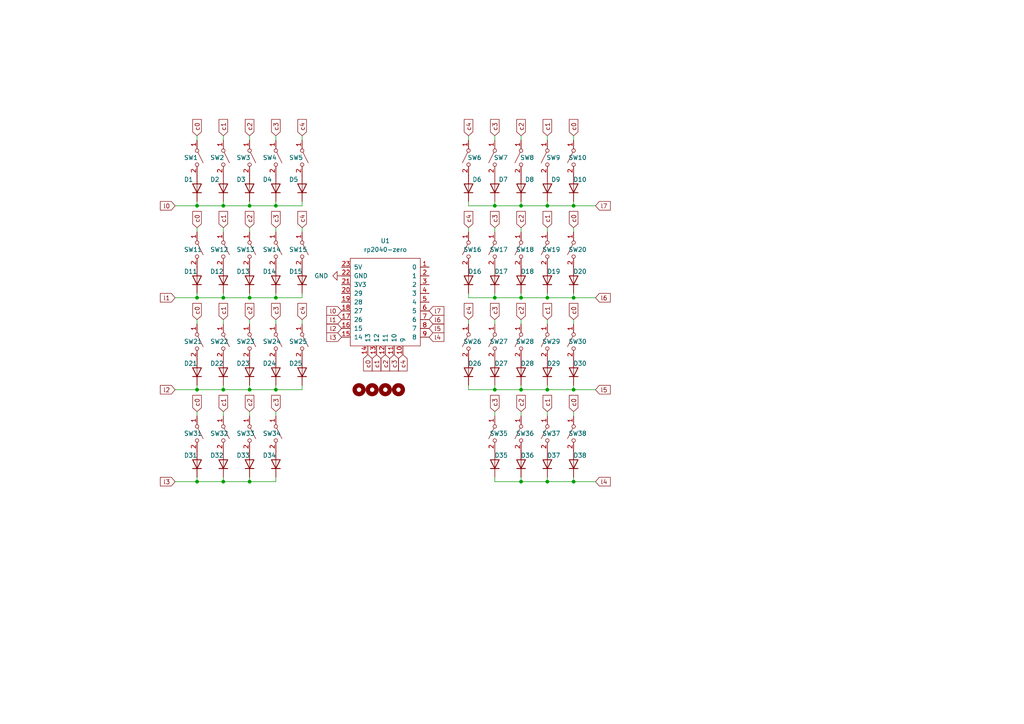
<source format=kicad_sch>
(kicad_sch (version 20230121) (generator eeschema)
  (paper "A4")
  (lib_symbols
    (symbol "Diode:1N4148" (pin_numbers hide) (pin_names hide)
      (property "Reference" "D" (at 0 2.54 0))
      (property "Value" "1N4148" (at 0 -2.54 0))
      (symbol "1N4148_0_1"
        (polyline (pts (xy -1.27 1.27) (xy -1.27 -1.27)) (stroke (width 0.254)))
        (polyline (pts (xy 1.27 0) (xy -1.27 0)))
        (polyline (pts (xy 1.27 1.27) (xy 1.27 -1.27) (xy -1.27 0) (xy 1.27 1.27)) (stroke (width 0.254)))
      )
      (symbol "1N4148_1_1"
        (pin passive line (at -3.81 0 0) (length 2.54) (name "K") (number "1"))
        (pin passive line (at 3.81 0 180) (length 2.54) (name "A") (number "2"))
      )
    )
    (symbol "Mechanical:MountingHole" (pin_names (offset 1.016))
      (property "Reference" "H" (at 0 5.08 0))
      (property "Value" "MountingHole" (at 0 3.175 0))
      (symbol "MountingHole_0_1"
        (circle (center 0 0) (radius 1.27) (stroke (width 1.27)))
      )
    )
    (symbol "Switch:SW_SPST" (pin_names (offset 0) hide)
      (property "Reference" "SW" (at 0 3.175 0))
      (property "Value" "SW_SPST" (at 0 -2.54 0))
      (symbol "SW_SPST_0_0"
        (circle (center -2.032 0) (radius 0.508))
        (polyline (pts (xy -1.524 0.254) (xy 1.524 1.778)))
        (circle (center 2.032 0) (radius 0.508))
      )
      (symbol "SW_SPST_1_1"
        (pin passive line (at -5.08 0 0) (length 2.54) (name "A") (number "1"))
        (pin passive line (at 5.08 0 180) (length 2.54) (name "B") (number "2"))
      )
    )
    (symbol "mcu:rp2040-zero" (pin_names (offset 1.016))
      (property "Reference" "U" (at 0 15.24 0))
      (property "Value" "rp2040-zero" (at 0 12.7 0))
      (symbol "rp2040-zero_0_1"
        (rectangle (start -10.16 11.43) (end 10.16 -13.97))
      )
      (symbol "rp2040-zero_1_1"
        (pin bidirectional line (at 12.7 8.89 180) (length 2.54) (name "0") (number "1"))
        (pin bidirectional line (at 5.08 -16.51 90) (length 2.54) (name "9") (number "10"))
        (pin bidirectional line (at 2.54 -16.51 90) (length 2.54) (name "10") (number "11"))
        (pin bidirectional line (at 0 -16.51 90) (length 2.54) (name "11") (number "12"))
        (pin bidirectional line (at -2.54 -16.51 90) (length 2.54) (name "12") (number "13"))
        (pin bidirectional line (at -5.08 -16.51 90) (length 2.54) (name "13") (number "14"))
        (pin bidirectional line (at -12.7 -11.43 0) (length 2.54) (name "14") (number "15"))
        (pin bidirectional line (at -12.7 -8.89 0) (length 2.54) (name "15") (number "16"))
        (pin bidirectional line (at -12.7 -6.35 0) (length 2.54) (name "26") (number "17"))
        (pin bidirectional line (at -12.7 -3.81 0) (length 2.54) (name "27") (number "18"))
        (pin bidirectional line (at -12.7 -1.27 0) (length 2.54) (name "28") (number "19"))
        (pin bidirectional line (at 12.7 6.35 180) (length 2.54) (name "1") (number "2"))
        (pin bidirectional line (at -12.7 1.27 0) (length 2.54) (name "29") (number "20"))
        (pin power_out line (at -12.7 3.81 0) (length 2.54) (name "3V3") (number "21"))
        (pin power_out line (at -12.7 6.35 0) (length 2.54) (name "GND") (number "22"))
        (pin power_out line (at -12.7 8.89 0) (length 2.54) (name "5V") (number "23"))
        (pin bidirectional line (at 12.7 3.81 180) (length 2.54) (name "2") (number "3"))
        (pin bidirectional line (at 12.7 1.27 180) (length 2.54) (name "3") (number "4"))
        (pin bidirectional line (at 12.7 -1.27 180) (length 2.54) (name "4") (number "5"))
        (pin bidirectional line (at 12.7 -3.81 180) (length 2.54) (name "5") (number "6"))
        (pin bidirectional line (at 12.7 -6.35 180) (length 2.54) (name "6") (number "7"))
        (pin bidirectional line (at 12.7 -8.89 180) (length 2.54) (name "7") (number "8"))
        (pin bidirectional line (at 12.7 -11.43 180) (length 2.54) (name "8") (number "9"))
      )
    )
    (symbol "power:GND" (power) (pin_names (offset 0))
      (property "Value" "GND" (at 0 -3.81 0))
      (symbol "GND_0_1"
        (polyline (pts (xy 0 0) (xy 0 -1.27) (xy 1.27 -1.27) (xy 0 -2.54) (xy -1.27 -1.27) (xy 0 -1.27)))
      )
      (symbol "GND_1_1"
        (pin power_in line (at 0 0 270) (length 0) hide (name "GND") (number "1"))
      )
    )
  )
  (junction (at 72.39 59.69))
  (junction (at 166.37 113.03))
  (junction (at 72.39 139.7))
  (junction (at 151.13 59.69))
  (junction (at 64.77 113.03))
  (junction (at 72.39 86.36))
  (junction (at 151.13 139.7))
  (junction (at 57.15 139.7))
  (junction (at 158.75 86.36))
  (junction (at 64.77 139.7))
  (junction (at 64.77 59.69))
  (junction (at 158.75 59.69))
  (junction (at 143.51 86.36))
  (junction (at 166.37 86.36))
  (junction (at 166.37 59.69))
  (junction (at 166.37 139.7))
  (junction (at 57.15 113.03))
  (junction (at 80.01 86.36))
  (junction (at 72.39 113.03))
  (junction (at 80.01 59.69))
  (junction (at 158.75 113.03))
  (junction (at 143.51 59.69))
  (junction (at 143.51 113.03))
  (junction (at 80.01 113.03))
  (junction (at 151.13 86.36))
  (junction (at 57.15 86.36))
  (junction (at 151.13 113.03))
  (junction (at 158.75 139.7))
  (junction (at 64.77 86.36))
  (junction (at 57.15 59.69))
  (wire (pts (xy 151.13 58.42) (xy 151.13 59.69)))
  (wire (pts (xy 80.01 59.69) (xy 87.63 59.69)))
  (wire (pts (xy 143.51 111.76) (xy 143.51 113.03)))
  (wire (pts (xy 143.51 86.36) (xy 135.89 86.36)))
  (wire (pts (xy 166.37 138.43) (xy 166.37 139.7)))
  (wire (pts (xy 158.75 113.03) (xy 151.13 113.03)))
  (wire (pts (xy 72.39 39.37) (xy 72.39 40.64)))
  (wire (pts (xy 57.15 139.7) (xy 64.77 139.7)))
  (wire (pts (xy 80.01 113.03) (xy 87.63 113.03)))
  (wire (pts (xy 166.37 59.69) (xy 158.75 59.69)))
  (wire (pts (xy 151.13 59.69) (xy 143.51 59.69)))
  (wire (pts (xy 57.15 86.36) (xy 64.77 86.36)))
  (wire (pts (xy 72.39 58.42) (xy 72.39 59.69)))
  (wire (pts (xy 143.51 39.37) (xy 143.51 40.64)))
  (wire (pts (xy 172.72 113.03) (xy 166.37 113.03)))
  (wire (pts (xy 57.15 58.42) (xy 57.15 59.69)))
  (wire (pts (xy 80.01 39.37) (xy 80.01 40.64)))
  (wire (pts (xy 64.77 86.36) (xy 72.39 86.36)))
  (wire (pts (xy 166.37 85.09) (xy 166.37 86.36)))
  (wire (pts (xy 87.63 85.09) (xy 87.63 86.36)))
  (wire (pts (xy 158.75 59.69) (xy 151.13 59.69)))
  (wire (pts (xy 151.13 111.76) (xy 151.13 113.03)))
  (wire (pts (xy 158.75 119.38) (xy 158.75 120.65)))
  (wire (pts (xy 166.37 113.03) (xy 158.75 113.03)))
  (wire (pts (xy 80.01 58.42) (xy 80.01 59.69)))
  (wire (pts (xy 72.39 111.76) (xy 72.39 113.03)))
  (wire (pts (xy 135.89 85.09) (xy 135.89 86.36)))
  (wire (pts (xy 158.75 85.09) (xy 158.75 86.36)))
  (wire (pts (xy 64.77 66.04) (xy 64.77 67.31)))
  (wire (pts (xy 135.89 66.04) (xy 135.89 67.31)))
  (wire (pts (xy 57.15 85.09) (xy 57.15 86.36)))
  (wire (pts (xy 50.8 113.03) (xy 57.15 113.03)))
  (wire (pts (xy 143.51 119.38) (xy 143.51 120.65)))
  (wire (pts (xy 151.13 85.09) (xy 151.13 86.36)))
  (wire (pts (xy 158.75 66.04) (xy 158.75 67.31)))
  (wire (pts (xy 151.13 39.37) (xy 151.13 40.64)))
  (wire (pts (xy 64.77 139.7) (xy 72.39 139.7)))
  (wire (pts (xy 166.37 119.38) (xy 166.37 120.65)))
  (wire (pts (xy 87.63 66.04) (xy 87.63 67.31)))
  (wire (pts (xy 57.15 111.76) (xy 57.15 113.03)))
  (wire (pts (xy 166.37 86.36) (xy 158.75 86.36)))
  (wire (pts (xy 80.01 138.43) (xy 80.01 139.7)))
  (wire (pts (xy 87.63 92.71) (xy 87.63 93.98)))
  (wire (pts (xy 50.8 86.36) (xy 57.15 86.36)))
  (wire (pts (xy 166.37 111.76) (xy 166.37 113.03)))
  (wire (pts (xy 57.15 59.69) (xy 64.77 59.69)))
  (wire (pts (xy 80.01 92.71) (xy 80.01 93.98)))
  (wire (pts (xy 151.13 66.04) (xy 151.13 67.31)))
  (wire (pts (xy 72.39 138.43) (xy 72.39 139.7)))
  (wire (pts (xy 64.77 58.42) (xy 64.77 59.69)))
  (wire (pts (xy 166.37 139.7) (xy 158.75 139.7)))
  (wire (pts (xy 166.37 39.37) (xy 166.37 40.64)))
  (wire (pts (xy 158.75 92.71) (xy 158.75 93.98)))
  (wire (pts (xy 57.15 66.04) (xy 57.15 67.31)))
  (wire (pts (xy 143.51 92.71) (xy 143.51 93.98)))
  (wire (pts (xy 158.75 58.42) (xy 158.75 59.69)))
  (wire (pts (xy 143.51 85.09) (xy 143.51 86.36)))
  (wire (pts (xy 151.13 92.71) (xy 151.13 93.98)))
  (wire (pts (xy 172.72 86.36) (xy 166.37 86.36)))
  (wire (pts (xy 64.77 138.43) (xy 64.77 139.7)))
  (wire (pts (xy 72.39 59.69) (xy 80.01 59.69)))
  (wire (pts (xy 72.39 119.38) (xy 72.39 120.65)))
  (wire (pts (xy 80.01 86.36) (xy 87.63 86.36)))
  (wire (pts (xy 64.77 85.09) (xy 64.77 86.36)))
  (wire (pts (xy 151.13 139.7) (xy 143.51 139.7)))
  (wire (pts (xy 72.39 86.36) (xy 80.01 86.36)))
  (wire (pts (xy 151.13 86.36) (xy 143.51 86.36)))
  (wire (pts (xy 135.89 58.42) (xy 135.89 59.69)))
  (wire (pts (xy 72.39 92.71) (xy 72.39 93.98)))
  (wire (pts (xy 143.51 59.69) (xy 135.89 59.69)))
  (wire (pts (xy 172.72 59.69) (xy 166.37 59.69)))
  (wire (pts (xy 50.8 139.7) (xy 57.15 139.7)))
  (wire (pts (xy 87.63 39.37) (xy 87.63 40.64)))
  (wire (pts (xy 64.77 111.76) (xy 64.77 113.03)))
  (wire (pts (xy 135.89 39.37) (xy 135.89 40.64)))
  (wire (pts (xy 158.75 139.7) (xy 151.13 139.7)))
  (wire (pts (xy 57.15 119.38) (xy 57.15 120.65)))
  (wire (pts (xy 80.01 66.04) (xy 80.01 67.31)))
  (wire (pts (xy 143.51 138.43) (xy 143.51 139.7)))
  (wire (pts (xy 57.15 113.03) (xy 64.77 113.03)))
  (wire (pts (xy 143.51 113.03) (xy 135.89 113.03)))
  (wire (pts (xy 72.39 139.7) (xy 80.01 139.7)))
  (wire (pts (xy 143.51 66.04) (xy 143.51 67.31)))
  (wire (pts (xy 158.75 138.43) (xy 158.75 139.7)))
  (wire (pts (xy 87.63 58.42) (xy 87.63 59.69)))
  (wire (pts (xy 57.15 92.71) (xy 57.15 93.98)))
  (wire (pts (xy 87.63 111.76) (xy 87.63 113.03)))
  (wire (pts (xy 166.37 92.71) (xy 166.37 93.98)))
  (wire (pts (xy 151.13 113.03) (xy 143.51 113.03)))
  (wire (pts (xy 64.77 39.37) (xy 64.77 40.64)))
  (wire (pts (xy 143.51 58.42) (xy 143.51 59.69)))
  (wire (pts (xy 72.39 113.03) (xy 80.01 113.03)))
  (wire (pts (xy 80.01 85.09) (xy 80.01 86.36)))
  (wire (pts (xy 64.77 59.69) (xy 72.39 59.69)))
  (wire (pts (xy 158.75 86.36) (xy 151.13 86.36)))
  (wire (pts (xy 158.75 39.37) (xy 158.75 40.64)))
  (wire (pts (xy 57.15 39.37) (xy 57.15 40.64)))
  (wire (pts (xy 135.89 92.71) (xy 135.89 93.98)))
  (wire (pts (xy 151.13 119.38) (xy 151.13 120.65)))
  (wire (pts (xy 80.01 119.38) (xy 80.01 120.65)))
  (wire (pts (xy 64.77 92.71) (xy 64.77 93.98)))
  (wire (pts (xy 166.37 58.42) (xy 166.37 59.69)))
  (wire (pts (xy 72.39 85.09) (xy 72.39 86.36)))
  (wire (pts (xy 64.77 119.38) (xy 64.77 120.65)))
  (wire (pts (xy 50.8 59.69) (xy 57.15 59.69)))
  (wire (pts (xy 158.75 111.76) (xy 158.75 113.03)))
  (wire (pts (xy 151.13 138.43) (xy 151.13 139.7)))
  (wire (pts (xy 64.77 113.03) (xy 72.39 113.03)))
  (wire (pts (xy 135.89 111.76) (xy 135.89 113.03)))
  (wire (pts (xy 166.37 66.04) (xy 166.37 67.31)))
  (wire (pts (xy 72.39 66.04) (xy 72.39 67.31)))
  (wire (pts (xy 80.01 111.76) (xy 80.01 113.03)))
  (wire (pts (xy 57.15 138.43) (xy 57.15 139.7)))
  (wire (pts (xy 172.72 139.7) (xy 166.37 139.7)))
  (global_label "c4" (shape input) (at 87.63 39.37 90) (property "Intersheetrefs" "${INTERSHEET_REFS}" (effects hide)))
  (global_label "l2" (shape input) (at 50.8 113.03 180) (property "Intersheetrefs" "${INTERSHEET_REFS}" (effects hide)))
  (global_label "c0" (shape input) (at 57.15 119.38 90) (property "Intersheetrefs" "${INTERSHEET_REFS}" (effects hide)))
  (global_label "c4" (shape input) (at 87.63 92.71 90) (property "Intersheetrefs" "${INTERSHEET_REFS}" (effects hide)))
  (global_label "c0" (shape input) (at 57.15 39.37 90) (property "Intersheetrefs" "${INTERSHEET_REFS}" (effects hide)))
  (global_label "c3" (shape input) (at 80.01 66.04 90) (property "Intersheetrefs" "${INTERSHEET_REFS}" (effects hide)))
  (global_label "l5" (shape input) (at 124.46 95.25 0) (property "Intersheetrefs" "${INTERSHEET_REFS}" (effects hide)))
  (global_label "l1" (shape input) (at 50.8 86.36 180) (property "Intersheetrefs" "${INTERSHEET_REFS}" (effects hide)))
  (global_label "c3" (shape input) (at 143.51 119.38 90) (property "Intersheetrefs" "${INTERSHEET_REFS}" (effects hide)))
  (global_label "c0" (shape input) (at 166.37 119.38 90) (property "Intersheetrefs" "${INTERSHEET_REFS}" (effects hide)))
  (global_label "l1" (shape input) (at 99.06 92.71 180) (property "Intersheetrefs" "${INTERSHEET_REFS}" (effects hide)))
  (global_label "c1" (shape input) (at 64.77 119.38 90) (property "Intersheetrefs" "${INTERSHEET_REFS}" (effects hide)))
  (global_label "c1" (shape input) (at 158.75 66.04 90) (property "Intersheetrefs" "${INTERSHEET_REFS}" (effects hide)))
  (global_label "c2" (shape input) (at 72.39 39.37 90) (property "Intersheetrefs" "${INTERSHEET_REFS}" (effects hide)))
  (global_label "l4" (shape input) (at 124.46 97.79 0) (property "Intersheetrefs" "${INTERSHEET_REFS}" (effects hide)))
  (global_label "l0" (shape input) (at 99.06 90.17 180) (property "Intersheetrefs" "${INTERSHEET_REFS}" (effects hide)))
  (global_label "c3" (shape input) (at 143.51 39.37 90) (property "Intersheetrefs" "${INTERSHEET_REFS}" (effects hide)))
  (global_label "c2" (shape input) (at 151.13 39.37 90) (property "Intersheetrefs" "${INTERSHEET_REFS}" (effects hide)))
  (global_label "c3" (shape input) (at 143.51 92.71 90) (property "Intersheetrefs" "${INTERSHEET_REFS}" (effects hide)))
  (global_label "c2" (shape input) (at 72.39 92.71 90) (property "Intersheetrefs" "${INTERSHEET_REFS}" (effects hide)))
  (global_label "c0" (shape input) (at 166.37 92.71 90) (property "Intersheetrefs" "${INTERSHEET_REFS}" (effects hide)))
  (global_label "l5" (shape input) (at 172.72 113.03 0) (property "Intersheetrefs" "${INTERSHEET_REFS}" (effects hide)))
  (global_label "c2" (shape input) (at 72.39 66.04 90) (property "Intersheetrefs" "${INTERSHEET_REFS}" (effects hide)))
  (global_label "c0" (shape input) (at 57.15 92.71 90) (property "Intersheetrefs" "${INTERSHEET_REFS}" (effects hide)))
  (global_label "l4" (shape input) (at 172.72 139.7 0) (property "Intersheetrefs" "${INTERSHEET_REFS}" (effects hide)))
  (global_label "c1" (shape input) (at 64.77 92.71 90) (property "Intersheetrefs" "${INTERSHEET_REFS}" (effects hide)))
  (global_label "l3" (shape input) (at 99.06 97.79 180) (property "Intersheetrefs" "${INTERSHEET_REFS}" (effects hide)))
  (global_label "l3" (shape input) (at 50.8 139.7 180) (property "Intersheetrefs" "${INTERSHEET_REFS}" (effects hide)))
  (global_label "c4" (shape input) (at 135.89 66.04 90) (property "Intersheetrefs" "${INTERSHEET_REFS}" (effects hide)))
  (global_label "c4" (shape input) (at 87.63 66.04 90) (property "Intersheetrefs" "${INTERSHEET_REFS}" (effects hide)))
  (global_label "l2" (shape input) (at 99.06 95.25 180) (property "Intersheetrefs" "${INTERSHEET_REFS}" (effects hide)))
  (global_label "c0" (shape input) (at 106.68 102.87 270) (property "Intersheetrefs" "${INTERSHEET_REFS}" (effects hide)))
  (global_label "c2" (shape input) (at 111.76 102.87 270) (property "Intersheetrefs" "${INTERSHEET_REFS}" (effects hide)))
  (global_label "l6" (shape input) (at 172.72 86.36 0) (property "Intersheetrefs" "${INTERSHEET_REFS}" (effects hide)))
  (global_label "c0" (shape input) (at 166.37 66.04 90) (property "Intersheetrefs" "${INTERSHEET_REFS}" (effects hide)))
  (global_label "c3" (shape input) (at 143.51 66.04 90) (property "Intersheetrefs" "${INTERSHEET_REFS}" (effects hide)))
  (global_label "c2" (shape input) (at 151.13 66.04 90) (property "Intersheetrefs" "${INTERSHEET_REFS}" (effects hide)))
  (global_label "c3" (shape input) (at 80.01 92.71 90) (property "Intersheetrefs" "${INTERSHEET_REFS}" (effects hide)))
  (global_label "c1" (shape input) (at 64.77 66.04 90) (property "Intersheetrefs" "${INTERSHEET_REFS}" (effects hide)))
  (global_label "c2" (shape input) (at 151.13 119.38 90) (property "Intersheetrefs" "${INTERSHEET_REFS}" (effects hide)))
  (global_label "c1" (shape input) (at 64.77 39.37 90) (property "Intersheetrefs" "${INTERSHEET_REFS}" (effects hide)))
  (global_label "c4" (shape input) (at 135.89 92.71 90) (property "Intersheetrefs" "${INTERSHEET_REFS}" (effects hide)))
  (global_label "c4" (shape input) (at 135.89 39.37 90) (property "Intersheetrefs" "${INTERSHEET_REFS}" (effects hide)))
  (global_label "l0" (shape input) (at 50.8 59.69 180) (property "Intersheetrefs" "${INTERSHEET_REFS}" (effects hide)))
  (global_label "c1" (shape input) (at 109.22 102.87 270) (property "Intersheetrefs" "${INTERSHEET_REFS}" (effects hide)))
  (global_label "c3" (shape input) (at 80.01 119.38 90) (property "Intersheetrefs" "${INTERSHEET_REFS}" (effects hide)))
  (global_label "l7" (shape input) (at 172.72 59.69 0) (property "Intersheetrefs" "${INTERSHEET_REFS}" (effects hide)))
  (global_label "c2" (shape input) (at 72.39 119.38 90) (property "Intersheetrefs" "${INTERSHEET_REFS}" (effects hide)))
  (global_label "c1" (shape input) (at 158.75 92.71 90) (property "Intersheetrefs" "${INTERSHEET_REFS}" (effects hide)))
  (global_label "c1" (shape input) (at 158.75 39.37 90) (property "Intersheetrefs" "${INTERSHEET_REFS}" (effects hide)))
  (global_label "c3" (shape input) (at 114.3 102.87 270) (property "Intersheetrefs" "${INTERSHEET_REFS}" (effects hide)))
  (global_label "l7" (shape input) (at 124.46 90.17 0) (property "Intersheetrefs" "${INTERSHEET_REFS}" (effects hide)))
  (global_label "l6" (shape input) (at 124.46 92.71 0) (property "Intersheetrefs" "${INTERSHEET_REFS}" (effects hide)))
  (global_label "c2" (shape input) (at 151.13 92.71 90) (property "Intersheetrefs" "${INTERSHEET_REFS}" (effects hide)))
  (global_label "c0" (shape input) (at 57.15 66.04 90) (property "Intersheetrefs" "${INTERSHEET_REFS}" (effects hide)))
  (global_label "c3" (shape input) (at 80.01 39.37 90) (property "Intersheetrefs" "${INTERSHEET_REFS}" (effects hide)))
  (global_label "c1" (shape input) (at 158.75 119.38 90) (property "Intersheetrefs" "${INTERSHEET_REFS}" (effects hide)))
  (global_label "c0" (shape input) (at 166.37 39.37 90) (property "Intersheetrefs" "${INTERSHEET_REFS}" (effects hide)))
  (global_label "c4" (shape input) (at 116.84 102.87 270) (property "Intersheetrefs" "${INTERSHEET_REFS}" (effects hide)))
  (symbol (lib_id "Diode:1N4148") (at 135.89 107.95 270) (mirror x) (unit 1)
    (property "Reference" "D26" (at 139.7 105.41 90) (effects (justify right)))
    (property "Value" "1N4148" (effects hide))
    (property "Footprint" "Diode_THT:D_DO-35_SOD27_P7.62mm_Horizontal" (effects hide))
    (property "Datasheet" "https://assets.nexperia.com/documents/data-sheet/1N4148_1N4448.pdf" (effects hide))
    (property "Sim.Device" "D" (effects hide))
    (property "Sim.Pins" "1=K 2=A" (effects hide))
  )
  (symbol (lib_id "Diode:1N4148") (at 80.01 107.95 90) (unit 1)
    (property "Reference" "D24" (at 76.2 105.41 90) (effects (justify right)))
    (property "Value" "1N4148" (effects hide))
    (property "Footprint" "Diode_THT:D_DO-35_SOD27_P7.62mm_Horizontal" (effects hide))
    (property "Datasheet" "https://assets.nexperia.com/documents/data-sheet/1N4148_1N4448.pdf" (effects hide))
    (property "Sim.Device" "D" (effects hide))
    (property "Sim.Pins" "1=K 2=A" (effects hide))
  )
  (symbol (lib_id "Diode:1N4148") (at 151.13 107.95 270) (mirror x) (unit 1)
    (property "Reference" "D28" (at 154.94 105.41 90) (effects (justify right)))
    (property "Value" "1N4148" (effects hide))
    (property "Footprint" "Diode_THT:D_DO-35_SOD27_P7.62mm_Horizontal" (effects hide))
    (property "Datasheet" "https://assets.nexperia.com/documents/data-sheet/1N4148_1N4448.pdf" (effects hide))
    (property "Sim.Device" "D" (effects hide))
    (property "Sim.Pins" "1=K 2=A" (effects hide))
  )
  (symbol (lib_id "Switch:SW_SPST") (at 151.13 72.39 90) (mirror x) (unit 1)
    (property "Reference" "SW18" (at 154.94 72.39 90) (effects (justify left)))
    (property "Value" "SW_SPST" (effects hide))
    (property "Footprint" "_mx:MX-Alps-Hybrid-1U" (effects hide))
  )
  (symbol (lib_id "Diode:1N4148") (at 57.15 107.95 90) (unit 1)
    (property "Reference" "D21" (at 53.34 105.41 90) (effects (justify right)))
    (property "Value" "1N4148" (effects hide))
    (property "Footprint" "Diode_THT:D_DO-35_SOD27_P7.62mm_Horizontal" (effects hide))
    (property "Datasheet" "https://assets.nexperia.com/documents/data-sheet/1N4148_1N4448.pdf" (effects hide))
    (property "Sim.Device" "D" (effects hide))
    (property "Sim.Pins" "1=K 2=A" (effects hide))
  )
  (symbol (lib_id "Switch:SW_SPST") (at 158.75 45.72 90) (mirror x) (unit 1)
    (property "Reference" "SW9" (at 162.56 45.72 90) (effects (justify left)))
    (property "Value" "SW_SPST" (effects hide))
    (property "Footprint" "_mx:MX-Alps-Hybrid-1U" (effects hide))
  )
  (symbol (lib_id "Switch:SW_SPST") (at 143.51 99.06 90) (mirror x) (unit 1)
    (property "Reference" "SW27" (at 147.32 99.06 90) (effects (justify left)))
    (property "Value" "SW_SPST" (effects hide))
    (property "Footprint" "_mx:MX-Alps-Hybrid-1U" (effects hide))
  )
  (symbol (lib_id "Diode:1N4148") (at 151.13 81.28 270) (mirror x) (unit 1)
    (property "Reference" "D18" (at 154.94 78.74 90) (effects (justify right)))
    (property "Value" "1N4148" (effects hide))
    (property "Footprint" "Diode_THT:D_DO-35_SOD27_P7.62mm_Horizontal" (effects hide))
    (property "Datasheet" "https://assets.nexperia.com/documents/data-sheet/1N4148_1N4448.pdf" (effects hide))
    (property "Sim.Device" "D" (effects hide))
    (property "Sim.Pins" "1=K 2=A" (effects hide))
  )
  (symbol (lib_id "Switch:SW_SPST") (at 80.01 125.73 270) (unit 1)
    (property "Reference" "SW34" (at 76.2 125.73 90) (effects (justify left)))
    (property "Value" "SW_SPST" (effects hide))
    (property "Footprint" "_mx:MX-Alps-Hybrid-2.25U-ReversedStabilizers" (effects hide))
  )
  (symbol (lib_id "Diode:1N4148") (at 158.75 107.95 270) (mirror x) (unit 1)
    (property "Reference" "D29" (at 162.56 105.41 90) (effects (justify right)))
    (property "Value" "1N4148" (effects hide))
    (property "Footprint" "Diode_THT:D_DO-35_SOD27_P7.62mm_Horizontal" (effects hide))
    (property "Datasheet" "https://assets.nexperia.com/documents/data-sheet/1N4148_1N4448.pdf" (effects hide))
    (property "Sim.Device" "D" (effects hide))
    (property "Sim.Pins" "1=K 2=A" (effects hide))
  )
  (symbol (lib_id "Switch:SW_SPST") (at 135.89 72.39 90) (mirror x) (unit 1)
    (property "Reference" "SW16" (at 139.7 72.39 90) (effects (justify left)))
    (property "Value" "SW_SPST" (effects hide))
    (property "Footprint" "_mx:MX-Alps-Hybrid-1U" (effects hide))
  )
  (symbol (lib_id "Switch:SW_SPST") (at 87.63 99.06 270) (unit 1)
    (property "Reference" "SW25" (at 83.82 99.06 90) (effects (justify left)))
    (property "Value" "SW_SPST" (effects hide))
    (property "Footprint" "_mx:MX-Alps-Hybrid-1U" (effects hide))
  )
  (symbol (lib_id "Switch:SW_SPST") (at 57.15 99.06 270) (unit 1)
    (property "Reference" "SW21" (at 53.34 99.06 90) (effects (justify left)))
    (property "Value" "SW_SPST" (effects hide))
    (property "Footprint" "_mx:MX-Alps-Hybrid-1.75U" (effects hide))
  )
  (symbol (lib_id "Diode:1N4148") (at 143.51 81.28 270) (mirror x) (unit 1)
    (property "Reference" "D17" (at 147.32 78.74 90) (effects (justify right)))
    (property "Value" "1N4148" (effects hide))
    (property "Footprint" "Diode_THT:D_DO-35_SOD27_P7.62mm_Horizontal" (effects hide))
    (property "Datasheet" "https://assets.nexperia.com/documents/data-sheet/1N4148_1N4448.pdf" (effects hide))
    (property "Sim.Device" "D" (effects hide))
    (property "Sim.Pins" "1=K 2=A" (effects hide))
  )
  (symbol (lib_id "Switch:SW_SPST") (at 64.77 125.73 270) (unit 1)
    (property "Reference" "SW32" (at 60.96 125.73 90) (effects (justify left)))
    (property "Value" "SW_SPST" (effects hide))
    (property "Footprint" "_mx:MX-Alps-Hybrid-1U" (effects hide))
  )
  (symbol (lib_id "Switch:SW_SPST") (at 158.75 125.73 90) (mirror x) (unit 1)
    (property "Reference" "SW37" (at 162.56 125.73 90) (effects (justify left)))
    (property "Value" "SW_SPST" (effects hide))
    (property "Footprint" "_mx:MX-Alps-Hybrid-1U" (effects hide))
  )
  (symbol (lib_id "Diode:1N4148") (at 57.15 54.61 90) (unit 1)
    (property "Reference" "D1" (at 53.34 52.07 90) (effects (justify right)))
    (property "Value" "1N4148" (effects hide))
    (property "Footprint" "Diode_THT:D_DO-35_SOD27_P7.62mm_Horizontal" (effects hide))
    (property "Datasheet" "https://assets.nexperia.com/documents/data-sheet/1N4148_1N4448.pdf" (effects hide))
    (property "Sim.Device" "D" (effects hide))
    (property "Sim.Pins" "1=K 2=A" (effects hide))
  )
  (symbol (lib_id "Switch:SW_SPST") (at 80.01 99.06 270) (unit 1)
    (property "Reference" "SW24" (at 76.2 99.06 90) (effects (justify left)))
    (property "Value" "SW_SPST" (effects hide))
    (property "Footprint" "_mx:MX-Alps-Hybrid-1U" (effects hide))
  )
  (symbol (lib_id "Switch:SW_SPST") (at 57.15 72.39 270) (unit 1)
    (property "Reference" "SW11" (at 53.34 72.39 90) (effects (justify left)))
    (property "Value" "SW_SPST" (effects hide))
    (property "Footprint" "_mx:MX-Alps-Hybrid-1.25U" (effects hide))
  )
  (symbol (lib_id "Diode:1N4148") (at 72.39 54.61 90) (unit 1)
    (property "Reference" "D3" (at 68.58 52.07 90) (effects (justify right)))
    (property "Value" "1N4148" (effects hide))
    (property "Footprint" "Diode_THT:D_DO-35_SOD27_P7.62mm_Horizontal" (effects hide))
    (property "Datasheet" "https://assets.nexperia.com/documents/data-sheet/1N4148_1N4448.pdf" (effects hide))
    (property "Sim.Device" "D" (effects hide))
    (property "Sim.Pins" "1=K 2=A" (effects hide))
  )
  (symbol (lib_id "Switch:SW_SPST") (at 72.39 45.72 270) (unit 1)
    (property "Reference" "SW3" (at 68.58 45.72 90) (effects (justify left)))
    (property "Value" "SW_SPST" (effects hide))
    (property "Footprint" "_mx:MX-Alps-Hybrid-1U" (effects hide))
  )
  (symbol (lib_id "Diode:1N4148") (at 143.51 107.95 270) (mirror x) (unit 1)
    (property "Reference" "D27" (at 147.32 105.41 90) (effects (justify right)))
    (property "Value" "1N4148" (effects hide))
    (property "Footprint" "Diode_THT:D_DO-35_SOD27_P7.62mm_Horizontal" (effects hide))
    (property "Datasheet" "https://assets.nexperia.com/documents/data-sheet/1N4148_1N4448.pdf" (effects hide))
    (property "Sim.Device" "D" (effects hide))
    (property "Sim.Pins" "1=K 2=A" (effects hide))
  )
  (symbol (lib_id "Diode:1N4148") (at 57.15 81.28 90) (unit 1)
    (property "Reference" "D11" (at 53.34 78.74 90) (effects (justify right)))
    (property "Value" "1N4148" (effects hide))
    (property "Footprint" "Diode_THT:D_DO-35_SOD27_P7.62mm_Horizontal" (effects hide))
    (property "Datasheet" "https://assets.nexperia.com/documents/data-sheet/1N4148_1N4448.pdf" (effects hide))
    (property "Sim.Device" "D" (effects hide))
    (property "Sim.Pins" "1=K 2=A" (effects hide))
  )
  (symbol (lib_id "Switch:SW_SPST") (at 166.37 99.06 90) (mirror x) (unit 1)
    (property "Reference" "SW30" (at 170.18 99.06 90) (effects (justify left)))
    (property "Value" "SW_SPST" (effects hide))
    (property "Footprint" "_mx:MX-Alps-Hybrid-1.5U" (effects hide))
  )
  (symbol (lib_id "Switch:SW_SPST") (at 143.51 125.73 90) (mirror x) (unit 1)
    (property "Reference" "SW35" (at 147.32 125.73 90) (effects (justify left)))
    (property "Value" "SW_SPST" (effects hide))
    (property "Footprint" "_mx:MX-Alps-Hybrid-2U-ReversedStabilizers" (effects hide))
  )
  (symbol (lib_id "Switch:SW_SPST") (at 72.39 125.73 270) (unit 1)
    (property "Reference" "SW33" (at 68.58 125.73 90) (effects (justify left)))
    (property "Value" "SW_SPST" (effects hide))
    (property "Footprint" "_mx:MX-Alps-Hybrid-1U" (effects hide))
  )
  (symbol (lib_id "Diode:1N4148") (at 64.77 54.61 90) (unit 1)
    (property "Reference" "D2" (at 60.96 52.07 90) (effects (justify right)))
    (property "Value" "1N4148" (effects hide))
    (property "Footprint" "Diode_THT:D_DO-35_SOD27_P7.62mm_Horizontal" (effects hide))
    (property "Datasheet" "https://assets.nexperia.com/documents/data-sheet/1N4148_1N4448.pdf" (effects hide))
    (property "Sim.Device" "D" (effects hide))
    (property "Sim.Pins" "1=K 2=A" (effects hide))
  )
  (symbol (lib_id "Diode:1N4148") (at 166.37 81.28 270) (mirror x) (unit 1)
    (property "Reference" "D20" (at 170.18 78.74 90) (effects (justify right)))
    (property "Value" "1N4148" (effects hide))
    (property "Footprint" "Diode_THT:D_DO-35_SOD27_P7.62mm_Horizontal" (effects hide))
    (property "Datasheet" "https://assets.nexperia.com/documents/data-sheet/1N4148_1N4448.pdf" (effects hide))
    (property "Sim.Device" "D" (effects hide))
    (property "Sim.Pins" "1=K 2=A" (effects hide))
  )
  (symbol (lib_id "Diode:1N4148") (at 158.75 134.62 270) (mirror x) (unit 1)
    (property "Reference" "D37" (at 162.56 132.08 90) (effects (justify right)))
    (property "Value" "1N4148" (effects hide))
    (property "Footprint" "Diode_THT:D_DO-35_SOD27_P7.62mm_Horizontal" (effects hide))
    (property "Datasheet" "https://assets.nexperia.com/documents/data-sheet/1N4148_1N4448.pdf" (effects hide))
    (property "Sim.Device" "D" (effects hide))
    (property "Sim.Pins" "1=K 2=A" (effects hide))
  )
  (symbol (lib_id "Switch:SW_SPST") (at 64.77 99.06 270) (unit 1)
    (property "Reference" "SW22" (at 60.96 99.06 90) (effects (justify left)))
    (property "Value" "SW_SPST" (effects hide))
    (property "Footprint" "_mx:MX-Alps-Hybrid-1U" (effects hide))
  )
  (symbol (lib_id "Diode:1N4148") (at 72.39 107.95 90) (unit 1)
    (property "Reference" "D23" (at 68.58 105.41 90) (effects (justify right)))
    (property "Value" "1N4148" (effects hide))
    (property "Footprint" "Diode_THT:D_DO-35_SOD27_P7.62mm_Horizontal" (effects hide))
    (property "Datasheet" "https://assets.nexperia.com/documents/data-sheet/1N4148_1N4448.pdf" (effects hide))
    (property "Sim.Device" "D" (effects hide))
    (property "Sim.Pins" "1=K 2=A" (effects hide))
  )
  (symbol (lib_id "Switch:SW_SPST") (at 143.51 72.39 90) (mirror x) (unit 1)
    (property "Reference" "SW17" (at 147.32 72.39 90) (effects (justify left)))
    (property "Value" "SW_SPST" (effects hide))
    (property "Footprint" "_mx:MX-Alps-Hybrid-1U" (effects hide))
  )
  (symbol (lib_id "Diode:1N4148") (at 72.39 81.28 90) (unit 1)
    (property "Reference" "D13" (at 68.58 78.74 90) (effects (justify right)))
    (property "Value" "1N4148" (effects hide))
    (property "Footprint" "Diode_THT:D_DO-35_SOD27_P7.62mm_Horizontal" (effects hide))
    (property "Datasheet" "https://assets.nexperia.com/documents/data-sheet/1N4148_1N4448.pdf" (effects hide))
    (property "Sim.Device" "D" (effects hide))
    (property "Sim.Pins" "1=K 2=A" (effects hide))
  )
  (symbol (lib_id "Switch:SW_SPST") (at 64.77 45.72 270) (unit 1)
    (property "Reference" "SW2" (at 60.96 45.72 90) (effects (justify left)))
    (property "Value" "SW_SPST" (effects hide))
    (property "Footprint" "_mx:MX-Alps-Hybrid-1U" (effects hide))
  )
  (symbol (lib_id "Diode:1N4148") (at 80.01 54.61 90) (unit 1)
    (property "Reference" "D4" (at 76.2 52.07 90) (effects (justify right)))
    (property "Value" "1N4148" (effects hide))
    (property "Footprint" "Diode_THT:D_DO-35_SOD27_P7.62mm_Horizontal" (effects hide))
    (property "Datasheet" "https://assets.nexperia.com/documents/data-sheet/1N4148_1N4448.pdf" (effects hide))
    (property "Sim.Device" "D" (effects hide))
    (property "Sim.Pins" "1=K 2=A" (effects hide))
  )
  (symbol (lib_id "mcu:rp2040-zero") (at 111.76 86.36 0) (unit 1)
    (property "Reference" "U1" (at 111.76 69.85 0))
    (property "Value" "rp2040-zero" (at 111.76 72.39 0))
    (property "Footprint" "_mcu:rp2040-zero-tht" (effects hide))
  )
  (symbol (lib_id "Diode:1N4148") (at 151.13 134.62 270) (mirror x) (unit 1)
    (property "Reference" "D36" (at 154.94 132.08 90) (effects (justify right)))
    (property "Value" "1N4148" (effects hide))
    (property "Footprint" "Diode_THT:D_DO-35_SOD27_P7.62mm_Horizontal" (effects hide))
    (property "Datasheet" "https://assets.nexperia.com/documents/data-sheet/1N4148_1N4448.pdf" (effects hide))
    (property "Sim.Device" "D" (effects hide))
    (property "Sim.Pins" "1=K 2=A" (effects hide))
  )
  (symbol (lib_id "Diode:1N4148") (at 158.75 54.61 270) (mirror x) (unit 1)
    (property "Reference" "D9" (at 162.56 52.07 90) (effects (justify right)))
    (property "Value" "1N4148" (effects hide))
    (property "Footprint" "Diode_THT:D_DO-35_SOD27_P7.62mm_Horizontal" (effects hide))
    (property "Datasheet" "https://assets.nexperia.com/documents/data-sheet/1N4148_1N4448.pdf" (effects hide))
    (property "Sim.Device" "D" (effects hide))
    (property "Sim.Pins" "1=K 2=A" (effects hide))
  )
  (symbol (lib_id "Switch:SW_SPST") (at 166.37 125.73 90) (mirror x) (unit 1)
    (property "Reference" "SW38" (at 170.18 125.73 90) (effects (justify left)))
    (property "Value" "SW_SPST" (effects hide))
    (property "Footprint" "_mx:MX-Alps-Hybrid-1U" (effects hide))
  )
  (symbol (lib_id "Switch:SW_SPST") (at 166.37 45.72 90) (mirror x) (unit 1)
    (property "Reference" "SW10" (at 170.18 45.72 90) (effects (justify left)))
    (property "Value" "SW_SPST" (effects hide))
    (property "Footprint" "_mx:MX-Alps-Hybrid-1.25U" (effects hide))
  )
  (symbol (lib_id "Switch:SW_SPST") (at 135.89 99.06 90) (mirror x) (unit 1)
    (property "Reference" "SW26" (at 139.7 99.06 90) (effects (justify left)))
    (property "Value" "SW_SPST" (effects hide))
    (property "Footprint" "_mx:MX-Alps-Hybrid-1U" (effects hide))
  )
  (symbol (lib_id "Diode:1N4148") (at 80.01 81.28 90) (unit 1)
    (property "Reference" "D14" (at 76.2 78.74 90) (effects (justify right)))
    (property "Value" "1N4148" (effects hide))
    (property "Footprint" "Diode_THT:D_DO-35_SOD27_P7.62mm_Horizontal" (effects hide))
    (property "Datasheet" "https://assets.nexperia.com/documents/data-sheet/1N4148_1N4448.pdf" (effects hide))
    (property "Sim.Device" "D" (effects hide))
    (property "Sim.Pins" "1=K 2=A" (effects hide))
  )
  (symbol (lib_id "Switch:SW_SPST") (at 166.37 72.39 90) (mirror x) (unit 1)
    (property "Reference" "SW20" (at 170.18 72.39 90) (effects (justify left)))
    (property "Value" "SW_SPST" (effects hide))
    (property "Footprint" "_mx:MX-Alps-Hybrid-1U" (effects hide))
  )
  (symbol (lib_id "Diode:1N4148") (at 80.01 134.62 90) (unit 1)
    (property "Reference" "D34" (at 76.2 132.08 90) (effects (justify right)))
    (property "Value" "1N4148" (effects hide))
    (property "Footprint" "Diode_THT:D_DO-35_SOD27_P7.62mm_Horizontal" (effects hide))
    (property "Datasheet" "https://assets.nexperia.com/documents/data-sheet/1N4148_1N4448.pdf" (effects hide))
    (property "Sim.Device" "D" (effects hide))
    (property "Sim.Pins" "1=K 2=A" (effects hide))
  )
  (symbol (lib_id "Mechanical:MountingHole") (at 115.57 113.03 0) (unit 1)
    (property "Reference" "H4" (effects hide))
    (property "Value" "MountingHole" (effects hide))
    (property "Footprint" "MountingHole:MountingHole_2.2mm_M2" (effects hide))
  )
  (symbol (lib_id "Mechanical:MountingHole") (at 104.14 113.03 0) (unit 1)
    (property "Reference" "H1" (effects hide))
    (property "Value" "MountingHole" (effects hide))
    (property "Footprint" "MountingHole:MountingHole_2.2mm_M2" (effects hide))
  )
  (symbol (lib_id "Mechanical:MountingHole") (at 111.76 113.03 0) (unit 1)
    (property "Reference" "H3" (effects hide))
    (property "Value" "MountingHole" (effects hide))
    (property "Footprint" "MountingHole:MountingHole_2.2mm_M2" (effects hide))
  )
  (symbol (lib_id "Diode:1N4148") (at 135.89 54.61 270) (mirror x) (unit 1)
    (property "Reference" "D6" (at 139.7 52.07 90) (effects (justify right)))
    (property "Value" "1N4148" (effects hide))
    (property "Footprint" "Diode_THT:D_DO-35_SOD27_P7.62mm_Horizontal" (effects hide))
    (property "Datasheet" "https://assets.nexperia.com/documents/data-sheet/1N4148_1N4448.pdf" (effects hide))
    (property "Sim.Device" "D" (effects hide))
    (property "Sim.Pins" "1=K 2=A" (effects hide))
  )
  (symbol (lib_id "Diode:1N4148") (at 166.37 134.62 270) (mirror x) (unit 1)
    (property "Reference" "D38" (at 170.18 132.08 90) (effects (justify right)))
    (property "Value" "1N4148" (effects hide))
    (property "Footprint" "Diode_THT:D_DO-35_SOD27_P7.62mm_Horizontal" (effects hide))
    (property "Datasheet" "https://assets.nexperia.com/documents/data-sheet/1N4148_1N4448.pdf" (effects hide))
    (property "Sim.Device" "D" (effects hide))
    (property "Sim.Pins" "1=K 2=A" (effects hide))
  )
  (symbol (lib_id "Diode:1N4148") (at 158.75 81.28 270) (mirror x) (unit 1)
    (property "Reference" "D19" (at 162.56 78.74 90) (effects (justify right)))
    (property "Value" "1N4148" (effects hide))
    (property "Footprint" "Diode_THT:D_DO-35_SOD27_P7.62mm_Horizontal" (effects hide))
    (property "Datasheet" "https://assets.nexperia.com/documents/data-sheet/1N4148_1N4448.pdf" (effects hide))
    (property "Sim.Device" "D" (effects hide))
    (property "Sim.Pins" "1=K 2=A" (effects hide))
  )
  (symbol (lib_id "Mechanical:MountingHole") (at 107.95 113.03 0) (unit 1)
    (property "Reference" "H2" (effects hide))
    (property "Value" "MountingHole" (effects hide))
    (property "Footprint" "MountingHole:MountingHole_2.2mm_M2" (effects hide))
  )
  (symbol (lib_id "Switch:SW_SPST") (at 80.01 72.39 270) (unit 1)
    (property "Reference" "SW14" (at 76.2 72.39 90) (effects (justify left)))
    (property "Value" "SW_SPST" (effects hide))
    (property "Footprint" "_mx:MX-Alps-Hybrid-1U" (effects hide))
  )
  (symbol (lib_id "Switch:SW_SPST") (at 151.13 45.72 90) (mirror x) (unit 1)
    (property "Reference" "SW8" (at 154.94 45.72 90) (effects (justify left)))
    (property "Value" "SW_SPST" (effects hide))
    (property "Footprint" "_mx:MX-Alps-Hybrid-1U" (effects hide))
  )
  (symbol (lib_id "Diode:1N4148") (at 64.77 81.28 90) (unit 1)
    (property "Reference" "D12" (at 60.96 78.74 90) (effects (justify right)))
    (property "Value" "1N4148" (effects hide))
    (property "Footprint" "Diode_THT:D_DO-35_SOD27_P7.62mm_Horizontal" (effects hide))
    (property "Datasheet" "https://assets.nexperia.com/documents/data-sheet/1N4148_1N4448.pdf" (effects hide))
    (property "Sim.Device" "D" (effects hide))
    (property "Sim.Pins" "1=K 2=A" (effects hide))
  )
  (symbol (lib_id "Switch:SW_SPST") (at 158.75 99.06 90) (mirror x) (unit 1)
    (property "Reference" "SW29" (at 162.56 99.06 90) (effects (justify left)))
    (property "Value" "SW_SPST" (effects hide))
    (property "Footprint" "_mx:MX-Alps-Hybrid-1U" (effects hide))
  )
  (symbol (lib_id "Diode:1N4148") (at 64.77 134.62 90) (unit 1)
    (property "Reference" "D32" (at 60.96 132.08 90) (effects (justify right)))
    (property "Value" "1N4148" (effects hide))
    (property "Footprint" "Diode_THT:D_DO-35_SOD27_P7.62mm_Horizontal" (effects hide))
    (property "Datasheet" "https://assets.nexperia.com/documents/data-sheet/1N4148_1N4448.pdf" (effects hide))
    (property "Sim.Device" "D" (effects hide))
    (property "Sim.Pins" "1=K 2=A" (effects hide))
  )
  (symbol (lib_id "Switch:SW_SPST") (at 64.77 72.39 270) (unit 1)
    (property "Reference" "SW12" (at 60.96 72.39 90) (effects (justify left)))
    (property "Value" "SW_SPST" (effects hide))
    (property "Footprint" "_mx:MX-Alps-Hybrid-1U" (effects hide))
  )
  (symbol (lib_id "power:GND") (at 99.06 80.01 270) (unit 1)
    (property "Reference" "#PWR01" (effects hide))
    (property "Value" "GND" (at 95.25 80.01 90) (effects (justify right)))
  )
  (symbol (lib_id "Diode:1N4148") (at 64.77 107.95 90) (unit 1)
    (property "Reference" "D22" (at 60.96 105.41 90) (effects (justify right)))
    (property "Value" "1N4148" (effects hide))
    (property "Footprint" "Diode_THT:D_DO-35_SOD27_P7.62mm_Horizontal" (effects hide))
    (property "Datasheet" "https://assets.nexperia.com/documents/data-sheet/1N4148_1N4448.pdf" (effects hide))
    (property "Sim.Device" "D" (effects hide))
    (property "Sim.Pins" "1=K 2=A" (effects hide))
  )
  (symbol (lib_id "Switch:SW_SPST") (at 72.39 72.39 270) (unit 1)
    (property "Reference" "SW13" (at 68.58 72.39 90) (effects (justify left)))
    (property "Value" "SW_SPST" (effects hide))
    (property "Footprint" "_mx:MX-Alps-Hybrid-1U" (effects hide))
  )
  (symbol (lib_id "Switch:SW_SPST") (at 87.63 72.39 270) (unit 1)
    (property "Reference" "SW15" (at 83.82 72.39 90) (effects (justify left)))
    (property "Value" "SW_SPST" (effects hide))
    (property "Footprint" "_mx:MX-Alps-Hybrid-1U" (effects hide))
  )
  (symbol (lib_id "Switch:SW_SPST") (at 57.15 125.73 270) (unit 1)
    (property "Reference" "SW31" (at 53.34 125.73 90) (effects (justify left)))
    (property "Value" "SW_SPST" (effects hide))
    (property "Footprint" "_mx:MX-Alps-Hybrid-1U" (effects hide))
  )
  (symbol (lib_id "Diode:1N4148") (at 143.51 134.62 270) (mirror x) (unit 1)
    (property "Reference" "D35" (at 147.32 132.08 90) (effects (justify right)))
    (property "Value" "1N4148" (effects hide))
    (property "Footprint" "Diode_THT:D_DO-35_SOD27_P7.62mm_Horizontal" (effects hide))
    (property "Datasheet" "https://assets.nexperia.com/documents/data-sheet/1N4148_1N4448.pdf" (effects hide))
    (property "Sim.Device" "D" (effects hide))
    (property "Sim.Pins" "1=K 2=A" (effects hide))
  )
  (symbol (lib_id "Diode:1N4148") (at 143.51 54.61 270) (mirror x) (unit 1)
    (property "Reference" "D7" (at 147.32 52.07 90) (effects (justify right)))
    (property "Value" "1N4148" (effects hide))
    (property "Footprint" "Diode_THT:D_DO-35_SOD27_P7.62mm_Horizontal" (effects hide))
    (property "Datasheet" "https://assets.nexperia.com/documents/data-sheet/1N4148_1N4448.pdf" (effects hide))
    (property "Sim.Device" "D" (effects hide))
    (property "Sim.Pins" "1=K 2=A" (effects hide))
  )
  (symbol (lib_id "Diode:1N4148") (at 72.39 134.62 90) (unit 1)
    (property "Reference" "D33" (at 68.58 132.08 90) (effects (justify right)))
    (property "Value" "1N4148" (effects hide))
    (property "Footprint" "Diode_THT:D_DO-35_SOD27_P7.62mm_Horizontal" (effects hide))
    (property "Datasheet" "https://assets.nexperia.com/documents/data-sheet/1N4148_1N4448.pdf" (effects hide))
    (property "Sim.Device" "D" (effects hide))
    (property "Sim.Pins" "1=K 2=A" (effects hide))
  )
  (symbol (lib_id "Switch:SW_SPST") (at 57.15 45.72 270) (unit 1)
    (property "Reference" "SW1" (at 53.34 45.72 90) (effects (justify left)))
    (property "Value" "SW_SPST" (effects hide))
    (property "Footprint" "_mx:MX-Alps-Hybrid-1U" (effects hide))
  )
  (symbol (lib_id "Diode:1N4148") (at 135.89 81.28 270) (mirror x) (unit 1)
    (property "Reference" "D16" (at 139.7 78.74 90) (effects (justify right)))
    (property "Value" "1N4148" (effects hide))
    (property "Footprint" "Diode_THT:D_DO-35_SOD27_P7.62mm_Horizontal" (effects hide))
    (property "Datasheet" "https://assets.nexperia.com/documents/data-sheet/1N4148_1N4448.pdf" (effects hide))
    (property "Sim.Device" "D" (effects hide))
    (property "Sim.Pins" "1=K 2=A" (effects hide))
  )
  (symbol (lib_id "Diode:1N4148") (at 57.15 134.62 90) (unit 1)
    (property "Reference" "D31" (at 53.34 132.08 90) (effects (justify right)))
    (property "Value" "1N4148" (effects hide))
    (property "Footprint" "Diode_THT:D_DO-35_SOD27_P7.62mm_Horizontal" (effects hide))
    (property "Datasheet" "https://assets.nexperia.com/documents/data-sheet/1N4148_1N4448.pdf" (effects hide))
    (property "Sim.Device" "D" (effects hide))
    (property "Sim.Pins" "1=K 2=A" (effects hide))
  )
  (symbol (lib_id "Diode:1N4148") (at 166.37 54.61 270) (mirror x) (unit 1)
    (property "Reference" "D10" (at 170.18 52.07 90) (effects (justify right)))
    (property "Value" "1N4148" (effects hide))
    (property "Footprint" "Diode_THT:D_DO-35_SOD27_P7.62mm_Horizontal" (effects hide))
    (property "Datasheet" "https://assets.nexperia.com/documents/data-sheet/1N4148_1N4448.pdf" (effects hide))
    (property "Sim.Device" "D" (effects hide))
    (property "Sim.Pins" "1=K 2=A" (effects hide))
  )
  (symbol (lib_id "Switch:SW_SPST") (at 72.39 99.06 270) (unit 1)
    (property "Reference" "SW23" (at 68.58 99.06 90) (effects (justify left)))
    (property "Value" "SW_SPST" (effects hide))
    (property "Footprint" "_mx:MX-Alps-Hybrid-1U" (effects hide))
  )
  (symbol (lib_id "Switch:SW_SPST") (at 87.63 45.72 270) (unit 1)
    (property "Reference" "SW5" (at 83.82 45.72 90) (effects (justify left)))
    (property "Value" "SW_SPST" (effects hide))
    (property "Footprint" "_mx:MX-Alps-Hybrid-1U" (effects hide))
  )
  (symbol (lib_id "Diode:1N4148") (at 151.13 54.61 270) (mirror x) (unit 1)
    (property "Reference" "D8" (at 154.94 52.07 90) (effects (justify right)))
    (property "Value" "1N4148" (effects hide))
    (property "Footprint" "Diode_THT:D_DO-35_SOD27_P7.62mm_Horizontal" (effects hide))
    (property "Datasheet" "https://assets.nexperia.com/documents/data-sheet/1N4148_1N4448.pdf" (effects hide))
    (property "Sim.Device" "D" (effects hide))
    (property "Sim.Pins" "1=K 2=A" (effects hide))
  )
  (symbol (lib_id "Switch:SW_SPST") (at 143.51 45.72 90) (mirror x) (unit 1)
    (property "Reference" "SW7" (at 147.32 45.72 90) (effects (justify left)))
    (property "Value" "SW_SPST" (effects hide))
    (property "Footprint" "_mx:MX-Alps-Hybrid-1U" (effects hide))
  )
  (symbol (lib_id "Switch:SW_SPST") (at 151.13 125.73 90) (mirror x) (unit 1)
    (property "Reference" "SW36" (at 154.94 125.73 90) (effects (justify left)))
    (property "Value" "SW_SPST" (effects hide))
    (property "Footprint" "_mx:MX-Alps-Hybrid-1U" (effects hide))
  )
  (symbol (lib_id "Switch:SW_SPST") (at 151.13 99.06 90) (mirror x) (unit 1)
    (property "Reference" "SW28" (at 154.94 99.06 90) (effects (justify left)))
    (property "Value" "SW_SPST" (effects hide))
    (property "Footprint" "_mx:MX-Alps-Hybrid-1U" (effects hide))
  )
  (symbol (lib_id "Switch:SW_SPST") (at 158.75 72.39 90) (mirror x) (unit 1)
    (property "Reference" "SW19" (at 162.56 72.39 90) (effects (justify left)))
    (property "Value" "SW_SPST" (effects hide))
    (property "Footprint" "_mx:MX-Alps-Hybrid-1U" (effects hide))
  )
  (symbol (lib_id "Diode:1N4148") (at 87.63 81.28 90) (unit 1)
    (property "Reference" "D15" (at 83.82 78.74 90) (effects (justify right)))
    (property "Value" "1N4148" (effects hide))
    (property "Footprint" "Diode_THT:D_DO-35_SOD27_P7.62mm_Horizontal" (effects hide))
    (property "Datasheet" "https://assets.nexperia.com/documents/data-sheet/1N4148_1N4448.pdf" (effects hide))
    (property "Sim.Device" "D" (effects hide))
    (property "Sim.Pins" "1=K 2=A" (effects hide))
  )
  (symbol (lib_id "Diode:1N4148") (at 166.37 107.95 270) (mirror x) (unit 1)
    (property "Reference" "D30" (at 170.18 105.41 90) (effects (justify right)))
    (property "Value" "1N4148" (effects hide))
    (property "Footprint" "Diode_THT:D_DO-35_SOD27_P7.62mm_Horizontal" (effects hide))
    (property "Datasheet" "https://assets.nexperia.com/documents/data-sheet/1N4148_1N4448.pdf" (effects hide))
    (property "Sim.Device" "D" (effects hide))
    (property "Sim.Pins" "1=K 2=A" (effects hide))
  )
  (symbol (lib_id "Switch:SW_SPST") (at 135.89 45.72 90) (mirror x) (unit 1)
    (property "Reference" "SW6" (at 139.7 45.72 90) (effects (justify left)))
    (property "Value" "SW_SPST" (effects hide))
    (property "Footprint" "_mx:MX-Alps-Hybrid-1U" (effects hide))
  )
  (symbol (lib_id "Diode:1N4148") (at 87.63 54.61 90) (unit 1)
    (property "Reference" "D5" (at 83.82 52.07 90) (effects (justify right)))
    (property "Value" "1N4148" (effects hide))
    (property "Footprint" "Diode_THT:D_DO-35_SOD27_P7.62mm_Horizontal" (effects hide))
    (property "Datasheet" "https://assets.nexperia.com/documents/data-sheet/1N4148_1N4448.pdf" (effects hide))
    (property "Sim.Device" "D" (effects hide))
    (property "Sim.Pins" "1=K 2=A" (effects hide))
  )
  (symbol (lib_id "Diode:1N4148") (at 87.63 107.95 90) (unit 1)
    (property "Reference" "D25" (at 83.82 105.41 90) (effects (justify right)))
    (property "Value" "1N4148" (effects hide))
    (property "Footprint" "Diode_THT:D_DO-35_SOD27_P7.62mm_Horizontal" (effects hide))
    (property "Datasheet" "https://assets.nexperia.com/documents/data-sheet/1N4148_1N4448.pdf" (effects hide))
    (property "Sim.Device" "D" (effects hide))
    (property "Sim.Pins" "1=K 2=A" (effects hide))
  )
  (symbol (lib_id "Switch:SW_SPST") (at 80.01 45.72 270) (unit 1)
    (property "Reference" "SW4" (at 76.2 45.72 90) (effects (justify left)))
    (property "Value" "SW_SPST" (effects hide))
    (property "Footprint" "_mx:MX-Alps-Hybrid-1U" (effects hide))
  )
)
</source>
